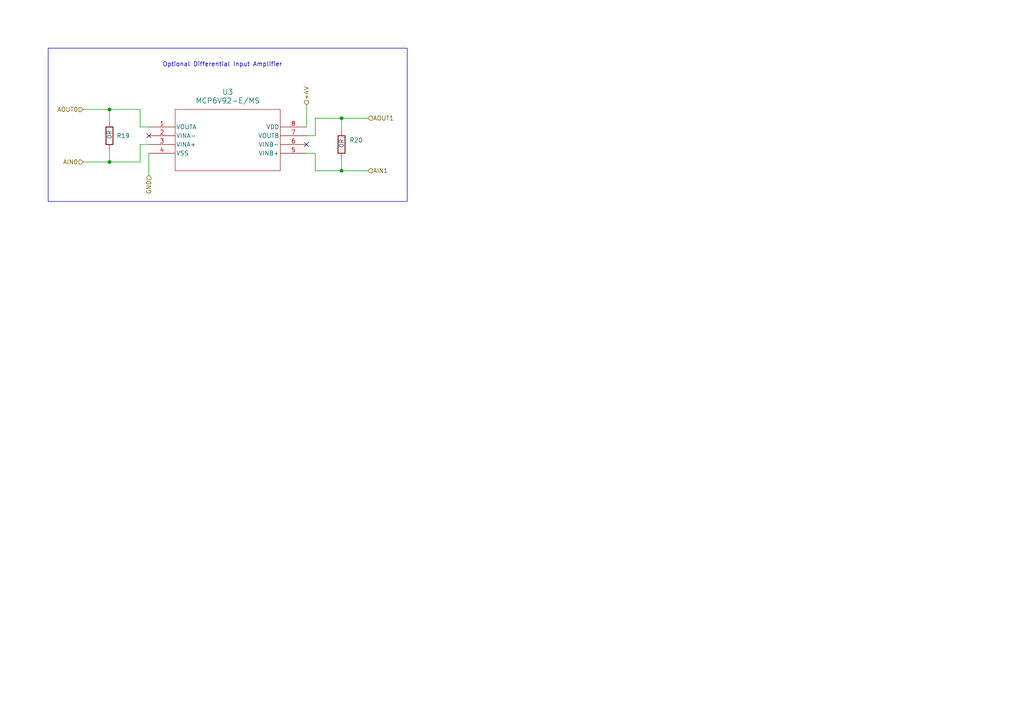
<source format=kicad_sch>
(kicad_sch (version 20231120) (generator "eeschema") (generator_version "8.0")
  (paper "A4")
  (lib_symbols
    (symbol "Amplifier_Difference:MCP6V92-E_MS" (pin_names (offset 0.254))
      (property "Reference" "U" (at 22.86 10.16 0))
      (property "Value" "MCP6V92-E/MS" (at 22.86 7.62 0))
      (symbol "MCP6V92-E_MS_0_1"
        (polyline (pts (xy 7.62 -12.7) (xy 38.1 -12.7)) (stroke (width 0.127)))
        (polyline (pts (xy 7.62 5.08) (xy 7.62 -12.7)) (stroke (width 0.127)))
        (polyline (pts (xy 38.1 -12.7) (xy 38.1 5.08)) (stroke (width 0.127)))
        (polyline (pts (xy 38.1 5.08) (xy 7.62 5.08)) (stroke (width 0.127)))
        (pin output line (at 0 0 0) (length 7.62) (name "VOUTA") (number "1"))
        (pin input line (at 0 -2.54 0) (length 7.62) (name "VINA-") (number "2"))
        (pin input line (at 0 -5.08 0) (length 7.62) (name "VINA+") (number "3"))
        (pin power_out line (at 0 -7.62 0) (length 7.62) (name "VSS") (number "4"))
        (pin input line (at 45.72 -7.62 180) (length 7.62) (name "VINB+") (number "5"))
        (pin input line (at 45.72 -5.08 180) (length 7.62) (name "VINB-") (number "6"))
        (pin output line (at 45.72 -2.54 180) (length 7.62) (name "VOUTB") (number "7"))
        (pin power_in line (at 45.72 0 180) (length 7.62) (name "VDD") (number "8"))
      )
    )
    (symbol "Device:R" (pin_numbers hide) (pin_names (offset 0))
      (property "Reference" "R" (at 2.032 0 90))
      (property "Value" "R" (at 0 0 90))
      (symbol "R_0_1"
        (rectangle (start -1.016 -2.54) (end 1.016 2.54) (stroke (width 0.254)))
      )
      (symbol "R_1_1"
        (pin passive line (at 0 3.81 270) (length 1.27) (name "~") (number "1"))
        (pin passive line (at 0 -3.81 90) (length 1.27) (name "~") (number "2"))
      )
    )
  )
  (junction (at 99.06 34.29))
  (junction (at 99.06 49.53))
  (junction (at 31.75 46.99))
  (junction (at 31.75 31.75))
  (no_connect (at 88.9 41.91))
  (no_connect (at 43.18 39.37))
  (wire (pts (xy 99.06 34.29) (xy 99.06 38.1)))
  (wire (pts (xy 99.06 49.53) (xy 91.44 49.53)))
  (wire (pts (xy 43.18 50.8) (xy 43.18 44.45)))
  (wire (pts (xy 91.44 44.45) (xy 88.9 44.45)))
  (wire (pts (xy 24.13 46.99) (xy 31.75 46.99)))
  (wire (pts (xy 24.13 31.75) (xy 31.75 31.75)))
  (wire (pts (xy 31.75 43.18) (xy 31.75 46.99)))
  (wire (pts (xy 106.68 49.53) (xy 99.06 49.53)))
  (wire (pts (xy 31.75 31.75) (xy 40.64 31.75)))
  (wire (pts (xy 99.06 34.29) (xy 91.44 34.29)))
  (wire (pts (xy 91.44 39.37) (xy 88.9 39.37)))
  (wire (pts (xy 88.9 30.48) (xy 88.9 36.83)))
  (wire (pts (xy 40.64 31.75) (xy 40.64 36.83)))
  (wire (pts (xy 106.68 34.29) (xy 99.06 34.29)))
  (wire (pts (xy 40.64 36.83) (xy 43.18 36.83)))
  (wire (pts (xy 91.44 34.29) (xy 91.44 39.37)))
  (wire (pts (xy 31.75 31.75) (xy 31.75 35.56)))
  (wire (pts (xy 40.64 46.99) (xy 40.64 41.91)))
  (wire (pts (xy 40.64 41.91) (xy 43.18 41.91)))
  (wire (pts (xy 91.44 49.53) (xy 91.44 44.45)))
  (wire (pts (xy 31.75 46.99) (xy 40.64 46.99)))
  (wire (pts (xy 99.06 45.72) (xy 99.06 49.53)))
  (rectangle (start 13.97 13.97) (end 118.11 58.42))
  (text "Optional Differential Input Amplifier\n" (at 64.516 18.796 0) (effects (font (size 1.27 1.27))))
  (hierarchical_label "AIN1" (shape input) (at 106.68 49.53 0))
  (hierarchical_label "+4V" (shape input) (at 88.9 30.48 90))
  (hierarchical_label "AIN0" (shape input) (at 24.13 46.99 180))
  (hierarchical_label "GND" (shape input) (at 43.18 50.8 270))
  (hierarchical_label "AOUT0" (shape input) (at 24.13 31.75 180))
  (hierarchical_label "AOUT1" (shape input) (at 106.68 34.29 0))
  (symbol (lib_id "Amplifier_Difference:MCP6V92-E_MS") (at 43.18 36.83 0) (unit 1)
    (property "Reference" "U3" (at 66.04 26.67 0) (effects (font (size 1.524 1.524))))
    (property "Value" "MCP6V92-E/MS" (at 66.04 29.21 0) (effects (font (size 1.524 1.524))))
    (property "Footprint" "MSOP8_MS_MCH" (effects (hide yes)))
    (property "Datasheet" "MCP6V92-E/MS" (effects (hide yes)))
  )
  (symbol (lib_id "Device:R") (at 31.75 39.37 0) (unit 1)
    (property "Reference" "R19" (at 33.782 39.37 0) (effects (justify left)))
    (property "Value" "0R" (at 31.75 40.386 90) (effects (justify left)))
    (property "Footprint" "Resistor_SMD:R_0805_2012Metric_Pad1.20x1.40mm_HandSolder" (effects (hide yes)))
    (property "Description" "Resistor" (effects (hide yes)))
  )
  (symbol (lib_id "Device:R") (at 99.06 41.91 0) (unit 1)
    (property "Reference" "R20" (at 101.346 40.64 0) (effects (justify left)))
    (property "Value" "0R" (at 99.06 42.926 90) (effects (justify left)))
    (property "Footprint" "Resistor_SMD:R_0805_2012Metric_Pad1.20x1.40mm_HandSolder" (effects (hide yes)))
    (property "Description" "Resistor" (effects (hide yes)))
  )
)
</source>
